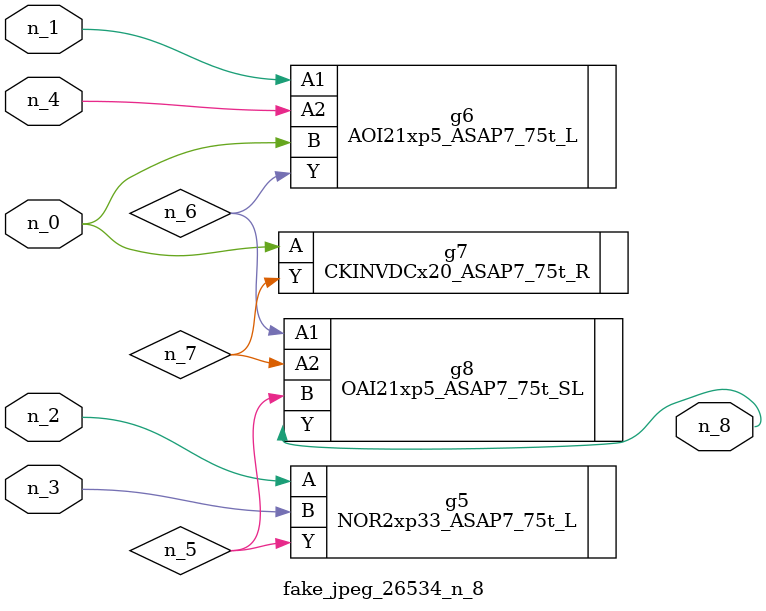
<source format=v>
module fake_jpeg_26534_n_8 (n_3, n_2, n_1, n_0, n_4, n_8);

input n_3;
input n_2;
input n_1;
input n_0;
input n_4;

output n_8;

wire n_6;
wire n_5;
wire n_7;

NOR2xp33_ASAP7_75t_L g5 ( 
.A(n_2),
.B(n_3),
.Y(n_5)
);

AOI21xp5_ASAP7_75t_L g6 ( 
.A1(n_1),
.A2(n_4),
.B(n_0),
.Y(n_6)
);

CKINVDCx20_ASAP7_75t_R g7 ( 
.A(n_0),
.Y(n_7)
);

OAI21xp5_ASAP7_75t_SL g8 ( 
.A1(n_6),
.A2(n_7),
.B(n_5),
.Y(n_8)
);


endmodule
</source>
